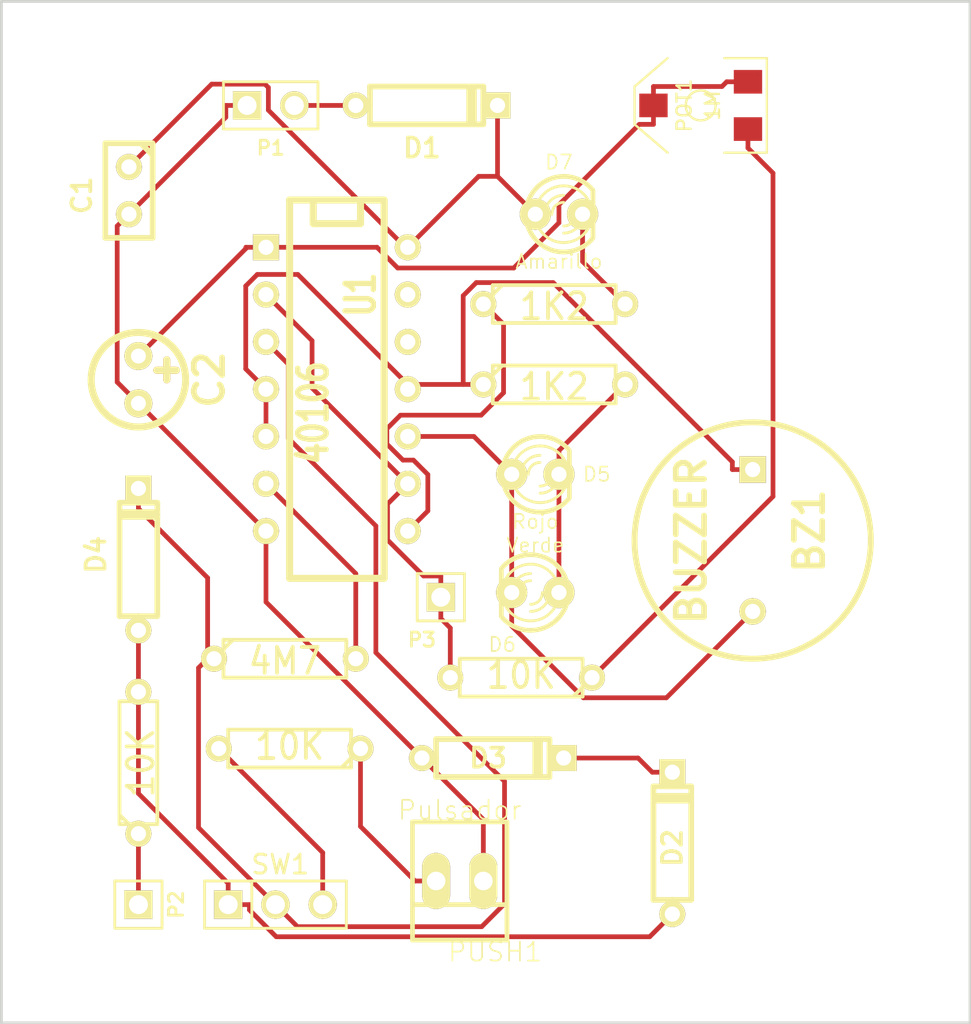
<source format=kicad_pcb>
(kicad_pcb (version 3) (host pcbnew "(2013-mar-13)-testing")

  (general
    (links 38)
    (no_connects 0)
    (area 134.036999 116.256999 186.257001 171.271001)
    (thickness 1.6)
    (drawings 5)
    (tracks 126)
    (zones 0)
    (modules 23)
    (nets 19)
  )

  (page A3)
  (layers
    (15 F.Cu signal)
    (0 B.Cu signal)
    (16 B.Adhes user)
    (17 F.Adhes user)
    (18 B.Paste user)
    (19 F.Paste user)
    (20 B.SilkS user)
    (21 F.SilkS user)
    (22 B.Mask user)
    (23 F.Mask user)
    (24 Dwgs.User user)
    (25 Cmts.User user)
    (26 Eco1.User user)
    (27 Eco2.User user)
    (28 Edge.Cuts user)
  )

  (setup
    (last_trace_width 0.254)
    (trace_clearance 0.254)
    (zone_clearance 0.508)
    (zone_45_only no)
    (trace_min 0.254)
    (segment_width 0.2)
    (edge_width 0.15)
    (via_size 0.889)
    (via_drill 0.635)
    (via_min_size 0.889)
    (via_min_drill 0.508)
    (uvia_size 0.508)
    (uvia_drill 0.127)
    (uvias_allowed no)
    (uvia_min_size 0.508)
    (uvia_min_drill 0.127)
    (pcb_text_width 0.3)
    (pcb_text_size 1 1)
    (mod_edge_width 0.15)
    (mod_text_size 1 1)
    (mod_text_width 0.15)
    (pad_size 1 1)
    (pad_drill 0.6)
    (pad_to_mask_clearance 0)
    (aux_axis_origin 0 0)
    (visible_elements FFFFFFBF)
    (pcbplotparams
      (layerselection 279609344)
      (usegerberextensions false)
      (excludeedgelayer true)
      (linewidth 0.150000)
      (plotframeref true)
      (viasonmask false)
      (mode 1)
      (useauxorigin false)
      (hpglpennumber 1)
      (hpglpenspeed 20)
      (hpglpendiameter 15)
      (hpglpenoverlay 2)
      (psnegative false)
      (psa4output false)
      (plotreference true)
      (plotvalue true)
      (plotothertext true)
      (plotinvisibletext false)
      (padsonsilk true)
      (subtractmaskfromsilk false)
      (outputformat 2)
      (mirror false)
      (drillshape 2)
      (scaleselection 1)
      (outputdirectory gerb/))
  )

  (net 0 "")
  (net 1 N-000001)
  (net 2 N-0000010)
  (net 3 N-0000011)
  (net 4 N-0000012)
  (net 5 N-0000013)
  (net 6 N-0000014)
  (net 7 N-0000015)
  (net 8 N-0000016)
  (net 9 N-0000017)
  (net 10 N-000002)
  (net 11 N-000003)
  (net 12 N-000004)
  (net 13 N-000006)
  (net 14 N-000007)
  (net 15 N-000008)
  (net 16 N-000009)
  (net 17 VDD)
  (net 18 VSS)

  (net_class Default "This is the default net class."
    (clearance 0.254)
    (trace_width 0.254)
    (via_dia 0.889)
    (via_drill 0.635)
    (uvia_dia 0.508)
    (uvia_drill 0.127)
    (add_net "")
    (add_net N-000001)
    (add_net N-0000010)
    (add_net N-0000011)
    (add_net N-0000012)
    (add_net N-0000013)
    (add_net N-0000014)
    (add_net N-0000015)
    (add_net N-0000016)
    (add_net N-0000017)
    (add_net N-000002)
    (add_net N-000003)
    (add_net N-000004)
    (add_net N-000006)
    (add_net N-000007)
    (add_net N-000008)
    (add_net N-000009)
    (add_net VDD)
    (add_net VSS)
  )

  (module BUZ3-5 (layer F.Cu) (tedit 4C5ED5E7) (tstamp 527A39DA)
    (at 174.498 145.288 270)
    (path /5279825F)
    (fp_text reference BZ1 (at -0.508 -3.048 270) (layer F.SilkS)
      (effects (font (thickness 0.3048)))
    )
    (fp_text value BUZZER (at 0 3.302 270) (layer F.SilkS)
      (effects (font (thickness 0.3048)))
    )
    (fp_circle (center 0 0) (end -6.35 0) (layer F.SilkS) (width 0.3175))
    (pad 1 thru_hole rect (at -3.81 0 270) (size 1.4224 1.4224) (drill 0.8128)
      (layers *.Cu *.Mask F.SilkS)
      (net 10 N-000002)
    )
    (pad 2 thru_hole circle (at 3.81 0 270) (size 1.4224 1.4224) (drill 0.8128)
      (layers *.Cu *.Mask F.SilkS)
      (net 11 N-000003)
    )
  )

  (module C1 (layer F.Cu) (tedit 527A3930) (tstamp 527A39E5)
    (at 140.97 126.492 270)
    (descr "Condensateur e = 1 pas")
    (tags C)
    (path /52798E33)
    (fp_text reference C1 (at 0.254 2.54 270) (layer F.SilkS)
      (effects (font (size 1.016 1.016) (thickness 0.2032)))
    )
    (fp_text value "0.1 uF 50V" (at 0 -2.286 270) (layer F.SilkS) hide
      (effects (font (size 1.016 1.016) (thickness 0.2032)))
    )
    (fp_line (start -2.4892 -1.27) (end 2.54 -1.27) (layer F.SilkS) (width 0.3048))
    (fp_line (start 2.54 -1.27) (end 2.54 1.27) (layer F.SilkS) (width 0.3048))
    (fp_line (start 2.54 1.27) (end -2.54 1.27) (layer F.SilkS) (width 0.3048))
    (fp_line (start -2.54 1.27) (end -2.54 -1.27) (layer F.SilkS) (width 0.3048))
    (fp_line (start -2.54 -0.635) (end -1.905 -1.27) (layer F.SilkS) (width 0.3048))
    (pad 1 thru_hole circle (at -1.27 0 270) (size 1.397 1.397) (drill 0.8128)
      (layers *.Cu *.Mask F.SilkS)
      (net 17 VDD)
    )
    (pad 2 thru_hole circle (at 1.27 0 270) (size 1.397 1.397) (drill 0.8128)
      (layers *.Cu *.Mask F.SilkS)
      (net 18 VSS)
    )
    (model discret/capa_1_pas.wrl
      (at (xyz 0 0 0))
      (scale (xyz 1 1 1))
      (rotate (xyz 0 0 0))
    )
  )

  (module Elko_vert_DM5_RM2-5 (layer F.Cu) (tedit 4F055F85) (tstamp 527A39F0)
    (at 141.478 136.652 270)
    (descr "Electrolytic Capacitor, vertical, diameter 5mm, radial, RM 2,5mm")
    (tags "Electrolytic Capacitor, vertical, diameter 5mm, radial, RM 2,5mm, Elko, Electrolytkondensator, Kondensator gepolt, Durchmesser 5mm")
    (path /52799D72)
    (fp_text reference C2 (at 0 -3.81 270) (layer F.SilkS)
      (effects (font (thickness 0.3048)))
    )
    (fp_text value "1 uF" (at 0 3.81 270) (layer F.SilkS) hide
      (effects (font (thickness 0.3048)))
    )
    (fp_line (start -1.0668 -1.524) (end 0 -1.524) (layer F.Cu) (width 0.381))
    (fp_line (start -0.508 -2.032) (end -0.508 -0.9906) (layer F.Cu) (width 0.381))
    (fp_line (start 0 -1.524) (end -1.0668 -1.524) (layer F.SilkS) (width 0.381))
    (fp_line (start -0.508 -2.032) (end -0.508 -0.9906) (layer F.SilkS) (width 0.381))
    (fp_circle (center 0 0) (end 2.54 0) (layer F.SilkS) (width 0.381))
    (pad 2 thru_hole circle (at 1.27 0 270) (size 1.50114 1.50114) (drill 0.8001)
      (layers *.Cu *.Mask F.SilkS)
      (net 18 VSS)
    )
    (pad 1 thru_hole circle (at -1.27 0 270) (size 1.50114 1.50114) (drill 0.8001)
      (layers *.Cu *.Mask F.SilkS)
      (net 5 N-0000013)
    )
  )

  (module D3 (layer F.Cu) (tedit 527A3939) (tstamp 527A3A00)
    (at 156.972 121.92)
    (descr "Diode 3 pas")
    (tags "DIODE DEV")
    (path /52798D4A)
    (fp_text reference D1 (at -0.254 2.286) (layer F.SilkS)
      (effects (font (size 1.016 1.016) (thickness 0.2032)))
    )
    (fp_text value 1N4007 (at 0 0) (layer F.SilkS) hide
      (effects (font (size 1.016 1.016) (thickness 0.2032)))
    )
    (fp_line (start 3.81 0) (end 3.048 0) (layer F.SilkS) (width 0.3048))
    (fp_line (start 3.048 0) (end 3.048 -1.016) (layer F.SilkS) (width 0.3048))
    (fp_line (start 3.048 -1.016) (end -3.048 -1.016) (layer F.SilkS) (width 0.3048))
    (fp_line (start -3.048 -1.016) (end -3.048 0) (layer F.SilkS) (width 0.3048))
    (fp_line (start -3.048 0) (end -3.81 0) (layer F.SilkS) (width 0.3048))
    (fp_line (start -3.048 0) (end -3.048 1.016) (layer F.SilkS) (width 0.3048))
    (fp_line (start -3.048 1.016) (end 3.048 1.016) (layer F.SilkS) (width 0.3048))
    (fp_line (start 3.048 1.016) (end 3.048 0) (layer F.SilkS) (width 0.3048))
    (fp_line (start 2.54 -1.016) (end 2.54 1.016) (layer F.SilkS) (width 0.3048))
    (fp_line (start 2.286 1.016) (end 2.286 -1.016) (layer F.SilkS) (width 0.3048))
    (pad 2 thru_hole rect (at 3.81 0) (size 1.397 1.397) (drill 0.8128)
      (layers *.Cu *.Mask F.SilkS)
      (net 17 VDD)
    )
    (pad 1 thru_hole circle (at -3.81 0) (size 1.397 1.397) (drill 0.8128)
      (layers *.Cu *.Mask F.SilkS)
      (net 14 N-000007)
    )
    (model discret/diode.wrl
      (at (xyz 0 0 0))
      (scale (xyz 0.3 0.3 0.3))
      (rotate (xyz 0 0 0))
    )
  )

  (module D3 (layer F.Cu) (tedit 527A39B1) (tstamp 527A3A10)
    (at 170.18 161.544 90)
    (descr "Diode 3 pas")
    (tags "DIODE DEV")
    (path /5279845C)
    (fp_text reference D2 (at -0.254 0 90) (layer F.SilkS)
      (effects (font (size 1.016 1.016) (thickness 0.2032)))
    )
    (fp_text value "ZENER 12V" (at 0.508 2.54 90) (layer F.SilkS) hide
      (effects (font (size 1.016 1.016) (thickness 0.2032)))
    )
    (fp_line (start 3.81 0) (end 3.048 0) (layer F.SilkS) (width 0.3048))
    (fp_line (start 3.048 0) (end 3.048 -1.016) (layer F.SilkS) (width 0.3048))
    (fp_line (start 3.048 -1.016) (end -3.048 -1.016) (layer F.SilkS) (width 0.3048))
    (fp_line (start -3.048 -1.016) (end -3.048 0) (layer F.SilkS) (width 0.3048))
    (fp_line (start -3.048 0) (end -3.81 0) (layer F.SilkS) (width 0.3048))
    (fp_line (start -3.048 0) (end -3.048 1.016) (layer F.SilkS) (width 0.3048))
    (fp_line (start -3.048 1.016) (end 3.048 1.016) (layer F.SilkS) (width 0.3048))
    (fp_line (start 3.048 1.016) (end 3.048 0) (layer F.SilkS) (width 0.3048))
    (fp_line (start 2.54 -1.016) (end 2.54 1.016) (layer F.SilkS) (width 0.3048))
    (fp_line (start 2.286 1.016) (end 2.286 -1.016) (layer F.SilkS) (width 0.3048))
    (pad 2 thru_hole rect (at 3.81 0 90) (size 1.397 1.397) (drill 0.8128)
      (layers *.Cu *.Mask F.SilkS)
      (net 12 N-000004)
    )
    (pad 1 thru_hole circle (at -3.81 0 90) (size 1.397 1.397) (drill 0.8128)
      (layers *.Cu *.Mask F.SilkS)
      (net 13 N-000006)
    )
    (model discret/diode.wrl
      (at (xyz 0 0 0))
      (scale (xyz 0.3 0.3 0.3))
      (rotate (xyz 0 0 0))
    )
  )

  (module D3 (layer F.Cu) (tedit 527A39B7) (tstamp 527A3A20)
    (at 160.528 156.972)
    (descr "Diode 3 pas")
    (tags "DIODE DEV")
    (path /52798474)
    (fp_text reference D3 (at -0.254 0) (layer F.SilkS)
      (effects (font (size 1.016 1.016) (thickness 0.2032)))
    )
    (fp_text value "ZENER 12V" (at 0.508 2.286) (layer F.SilkS) hide
      (effects (font (size 1.016 1.016) (thickness 0.2032)))
    )
    (fp_line (start 3.81 0) (end 3.048 0) (layer F.SilkS) (width 0.3048))
    (fp_line (start 3.048 0) (end 3.048 -1.016) (layer F.SilkS) (width 0.3048))
    (fp_line (start 3.048 -1.016) (end -3.048 -1.016) (layer F.SilkS) (width 0.3048))
    (fp_line (start -3.048 -1.016) (end -3.048 0) (layer F.SilkS) (width 0.3048))
    (fp_line (start -3.048 0) (end -3.81 0) (layer F.SilkS) (width 0.3048))
    (fp_line (start -3.048 0) (end -3.048 1.016) (layer F.SilkS) (width 0.3048))
    (fp_line (start -3.048 1.016) (end 3.048 1.016) (layer F.SilkS) (width 0.3048))
    (fp_line (start 3.048 1.016) (end 3.048 0) (layer F.SilkS) (width 0.3048))
    (fp_line (start 2.54 -1.016) (end 2.54 1.016) (layer F.SilkS) (width 0.3048))
    (fp_line (start 2.286 1.016) (end 2.286 -1.016) (layer F.SilkS) (width 0.3048))
    (pad 2 thru_hole rect (at 3.81 0) (size 1.397 1.397) (drill 0.8128)
      (layers *.Cu *.Mask F.SilkS)
      (net 12 N-000004)
    )
    (pad 1 thru_hole circle (at -3.81 0) (size 1.397 1.397) (drill 0.8128)
      (layers *.Cu *.Mask F.SilkS)
      (net 18 VSS)
    )
    (model discret/diode.wrl
      (at (xyz 0 0 0))
      (scale (xyz 0.3 0.3 0.3))
      (rotate (xyz 0 0 0))
    )
  )

  (module D3 (layer F.Cu) (tedit 527A37B9) (tstamp 527A3A30)
    (at 141.478 146.304 90)
    (descr "Diode 3 pas")
    (tags "DIODE DEV")
    (path /527983F7)
    (fp_text reference D4 (at 0.254 -2.286 90) (layer F.SilkS)
      (effects (font (size 1.016 1.016) (thickness 0.2032)))
    )
    (fp_text value 4148 (at 0 0 90) (layer F.SilkS) hide
      (effects (font (size 1.016 1.016) (thickness 0.2032)))
    )
    (fp_line (start 3.81 0) (end 3.048 0) (layer F.SilkS) (width 0.3048))
    (fp_line (start 3.048 0) (end 3.048 -1.016) (layer F.SilkS) (width 0.3048))
    (fp_line (start 3.048 -1.016) (end -3.048 -1.016) (layer F.SilkS) (width 0.3048))
    (fp_line (start -3.048 -1.016) (end -3.048 0) (layer F.SilkS) (width 0.3048))
    (fp_line (start -3.048 0) (end -3.81 0) (layer F.SilkS) (width 0.3048))
    (fp_line (start -3.048 0) (end -3.048 1.016) (layer F.SilkS) (width 0.3048))
    (fp_line (start -3.048 1.016) (end 3.048 1.016) (layer F.SilkS) (width 0.3048))
    (fp_line (start 3.048 1.016) (end 3.048 0) (layer F.SilkS) (width 0.3048))
    (fp_line (start 2.54 -1.016) (end 2.54 1.016) (layer F.SilkS) (width 0.3048))
    (fp_line (start 2.286 1.016) (end 2.286 -1.016) (layer F.SilkS) (width 0.3048))
    (pad 2 thru_hole rect (at 3.81 0 90) (size 1.397 1.397) (drill 0.8128)
      (layers *.Cu *.Mask F.SilkS)
      (net 15 N-000008)
    )
    (pad 1 thru_hole circle (at -3.81 0 90) (size 1.397 1.397) (drill 0.8128)
      (layers *.Cu *.Mask F.SilkS)
      (net 13 N-000006)
    )
    (model discret/diode.wrl
      (at (xyz 0 0 0))
      (scale (xyz 0.3 0.3 0.3))
      (rotate (xyz 0 0 0))
    )
  )

  (module LED-3MM (layer F.Cu) (tedit 527A3968) (tstamp 527A3A49)
    (at 162.814 141.732)
    (descr "LED 3mm - Lead pitch 100mil (2,54mm)")
    (tags "LED led 3mm 3MM 100mil 2,54mm")
    (path /52798296)
    (fp_text reference D5 (at 3.302 0) (layer F.SilkS)
      (effects (font (size 0.762 0.762) (thickness 0.0889)))
    )
    (fp_text value Rojo (at 0 2.54) (layer F.SilkS)
      (effects (font (size 0.762 0.762) (thickness 0.0889)))
    )
    (fp_line (start 1.8288 1.27) (end 1.8288 -1.27) (layer F.SilkS) (width 0.254))
    (fp_arc (start 0.254 0) (end -1.27 0) (angle 39.8) (layer F.SilkS) (width 0.1524))
    (fp_arc (start 0.254 0) (end -0.88392 1.01092) (angle 41.6) (layer F.SilkS) (width 0.1524))
    (fp_arc (start 0.254 0) (end 1.4097 -0.9906) (angle 40.6) (layer F.SilkS) (width 0.1524))
    (fp_arc (start 0.254 0) (end 1.778 0) (angle 39.8) (layer F.SilkS) (width 0.1524))
    (fp_arc (start 0.254 0) (end 0.254 -1.524) (angle 54.4) (layer F.SilkS) (width 0.1524))
    (fp_arc (start 0.254 0) (end -0.9652 -0.9144) (angle 53.1) (layer F.SilkS) (width 0.1524))
    (fp_arc (start 0.254 0) (end 1.45542 0.93472) (angle 52.1) (layer F.SilkS) (width 0.1524))
    (fp_arc (start 0.254 0) (end 0.254 1.524) (angle 52.1) (layer F.SilkS) (width 0.1524))
    (fp_arc (start 0.254 0) (end -0.381 0) (angle 90) (layer F.SilkS) (width 0.1524))
    (fp_arc (start 0.254 0) (end -0.762 0) (angle 90) (layer F.SilkS) (width 0.1524))
    (fp_arc (start 0.254 0) (end 0.889 0) (angle 90) (layer F.SilkS) (width 0.1524))
    (fp_arc (start 0.254 0) (end 1.27 0) (angle 90) (layer F.SilkS) (width 0.1524))
    (fp_arc (start 0.254 0) (end 0.254 -2.032) (angle 50.1) (layer F.SilkS) (width 0.254))
    (fp_arc (start 0.254 0) (end -1.5367 -0.95504) (angle 61.9) (layer F.SilkS) (width 0.254))
    (fp_arc (start 0.254 0) (end 1.8034 1.31064) (angle 49.7) (layer F.SilkS) (width 0.254))
    (fp_arc (start 0.254 0) (end 0.254 2.032) (angle 60.2) (layer F.SilkS) (width 0.254))
    (fp_arc (start 0.254 0) (end -1.778 0) (angle 28.3) (layer F.SilkS) (width 0.254))
    (fp_arc (start 0.254 0) (end -1.47574 1.06426) (angle 31.6) (layer F.SilkS) (width 0.254))
    (pad 1 thru_hole circle (at -1.27 0) (size 1.6764 1.6764) (drill 0.8128)
      (layers *.Cu *.Mask F.SilkS)
      (net 11 N-000003)
    )
    (pad 2 thru_hole circle (at 1.27 0) (size 1.6764 1.6764) (drill 0.8128)
      (layers *.Cu *.Mask F.SilkS)
      (net 1 N-000001)
    )
    (model discret/leds/led3_vertical_verde.wrl
      (at (xyz 0 0 0))
      (scale (xyz 1 1 1))
      (rotate (xyz 0 0 0))
    )
  )

  (module LED-3MM (layer F.Cu) (tedit 50ADE848) (tstamp 527A3A62)
    (at 162.814 148.082 180)
    (descr "LED 3mm - Lead pitch 100mil (2,54mm)")
    (tags "LED led 3mm 3MM 100mil 2,54mm")
    (path /527982A3)
    (fp_text reference D6 (at 1.778 -2.794 180) (layer F.SilkS)
      (effects (font (size 0.762 0.762) (thickness 0.0889)))
    )
    (fp_text value Verde (at 0 2.54 180) (layer F.SilkS)
      (effects (font (size 0.762 0.762) (thickness 0.0889)))
    )
    (fp_line (start 1.8288 1.27) (end 1.8288 -1.27) (layer F.SilkS) (width 0.254))
    (fp_arc (start 0.254 0) (end -1.27 0) (angle 39.8) (layer F.SilkS) (width 0.1524))
    (fp_arc (start 0.254 0) (end -0.88392 1.01092) (angle 41.6) (layer F.SilkS) (width 0.1524))
    (fp_arc (start 0.254 0) (end 1.4097 -0.9906) (angle 40.6) (layer F.SilkS) (width 0.1524))
    (fp_arc (start 0.254 0) (end 1.778 0) (angle 39.8) (layer F.SilkS) (width 0.1524))
    (fp_arc (start 0.254 0) (end 0.254 -1.524) (angle 54.4) (layer F.SilkS) (width 0.1524))
    (fp_arc (start 0.254 0) (end -0.9652 -0.9144) (angle 53.1) (layer F.SilkS) (width 0.1524))
    (fp_arc (start 0.254 0) (end 1.45542 0.93472) (angle 52.1) (layer F.SilkS) (width 0.1524))
    (fp_arc (start 0.254 0) (end 0.254 1.524) (angle 52.1) (layer F.SilkS) (width 0.1524))
    (fp_arc (start 0.254 0) (end -0.381 0) (angle 90) (layer F.SilkS) (width 0.1524))
    (fp_arc (start 0.254 0) (end -0.762 0) (angle 90) (layer F.SilkS) (width 0.1524))
    (fp_arc (start 0.254 0) (end 0.889 0) (angle 90) (layer F.SilkS) (width 0.1524))
    (fp_arc (start 0.254 0) (end 1.27 0) (angle 90) (layer F.SilkS) (width 0.1524))
    (fp_arc (start 0.254 0) (end 0.254 -2.032) (angle 50.1) (layer F.SilkS) (width 0.254))
    (fp_arc (start 0.254 0) (end -1.5367 -0.95504) (angle 61.9) (layer F.SilkS) (width 0.254))
    (fp_arc (start 0.254 0) (end 1.8034 1.31064) (angle 49.7) (layer F.SilkS) (width 0.254))
    (fp_arc (start 0.254 0) (end 0.254 2.032) (angle 60.2) (layer F.SilkS) (width 0.254))
    (fp_arc (start 0.254 0) (end -1.778 0) (angle 28.3) (layer F.SilkS) (width 0.254))
    (fp_arc (start 0.254 0) (end -1.47574 1.06426) (angle 31.6) (layer F.SilkS) (width 0.254))
    (pad 1 thru_hole circle (at -1.27 0 180) (size 1.6764 1.6764) (drill 0.8128)
      (layers *.Cu *.Mask F.SilkS)
      (net 1 N-000001)
    )
    (pad 2 thru_hole circle (at 1.27 0 180) (size 1.6764 1.6764) (drill 0.8128)
      (layers *.Cu *.Mask F.SilkS)
      (net 11 N-000003)
    )
    (model discret/leds/led3_vertical_verde.wrl
      (at (xyz 0 0 0))
      (scale (xyz 1 1 1))
      (rotate (xyz 0 0 0))
    )
  )

  (module LED-3MM (layer F.Cu) (tedit 527A3948) (tstamp 527A3A7B)
    (at 164.084 127.762)
    (descr "LED 3mm - Lead pitch 100mil (2,54mm)")
    (tags "LED led 3mm 3MM 100mil 2,54mm")
    (path /52798D59)
    (fp_text reference D7 (at 0 -2.794) (layer F.SilkS)
      (effects (font (size 0.762 0.762) (thickness 0.0889)))
    )
    (fp_text value Amarillo (at 0 2.54) (layer F.SilkS)
      (effects (font (size 0.762 0.762) (thickness 0.0889)))
    )
    (fp_line (start 1.8288 1.27) (end 1.8288 -1.27) (layer F.SilkS) (width 0.254))
    (fp_arc (start 0.254 0) (end -1.27 0) (angle 39.8) (layer F.SilkS) (width 0.1524))
    (fp_arc (start 0.254 0) (end -0.88392 1.01092) (angle 41.6) (layer F.SilkS) (width 0.1524))
    (fp_arc (start 0.254 0) (end 1.4097 -0.9906) (angle 40.6) (layer F.SilkS) (width 0.1524))
    (fp_arc (start 0.254 0) (end 1.778 0) (angle 39.8) (layer F.SilkS) (width 0.1524))
    (fp_arc (start 0.254 0) (end 0.254 -1.524) (angle 54.4) (layer F.SilkS) (width 0.1524))
    (fp_arc (start 0.254 0) (end -0.9652 -0.9144) (angle 53.1) (layer F.SilkS) (width 0.1524))
    (fp_arc (start 0.254 0) (end 1.45542 0.93472) (angle 52.1) (layer F.SilkS) (width 0.1524))
    (fp_arc (start 0.254 0) (end 0.254 1.524) (angle 52.1) (layer F.SilkS) (width 0.1524))
    (fp_arc (start 0.254 0) (end -0.381 0) (angle 90) (layer F.SilkS) (width 0.1524))
    (fp_arc (start 0.254 0) (end -0.762 0) (angle 90) (layer F.SilkS) (width 0.1524))
    (fp_arc (start 0.254 0) (end 0.889 0) (angle 90) (layer F.SilkS) (width 0.1524))
    (fp_arc (start 0.254 0) (end 1.27 0) (angle 90) (layer F.SilkS) (width 0.1524))
    (fp_arc (start 0.254 0) (end 0.254 -2.032) (angle 50.1) (layer F.SilkS) (width 0.254))
    (fp_arc (start 0.254 0) (end -1.5367 -0.95504) (angle 61.9) (layer F.SilkS) (width 0.254))
    (fp_arc (start 0.254 0) (end 1.8034 1.31064) (angle 49.7) (layer F.SilkS) (width 0.254))
    (fp_arc (start 0.254 0) (end 0.254 2.032) (angle 60.2) (layer F.SilkS) (width 0.254))
    (fp_arc (start 0.254 0) (end -1.778 0) (angle 28.3) (layer F.SilkS) (width 0.254))
    (fp_arc (start 0.254 0) (end -1.47574 1.06426) (angle 31.6) (layer F.SilkS) (width 0.254))
    (pad 1 thru_hole circle (at -1.27 0) (size 1.6764 1.6764) (drill 0.8128)
      (layers *.Cu *.Mask F.SilkS)
      (net 17 VDD)
    )
    (pad 2 thru_hole circle (at 1.27 0) (size 1.6764 1.6764) (drill 0.8128)
      (layers *.Cu *.Mask F.SilkS)
      (net 9 N-0000017)
    )
    (model discret/leds/led3_vertical_verde.wrl
      (at (xyz 0 0 0))
      (scale (xyz 1 1 1))
      (rotate (xyz 0 0 0))
    )
  )

  (module PIN_ARRAY_2X1 (layer F.Cu) (tedit 527A3935) (tstamp 527A3A85)
    (at 148.59 121.92)
    (descr "Connecteurs 2 pins")
    (tags "CONN DEV")
    (path /52798C79)
    (fp_text reference P1 (at 0 2.286) (layer F.SilkS)
      (effects (font (size 0.762 0.762) (thickness 0.1524)))
    )
    (fp_text value CONN_2 (at 0 -1.905) (layer F.SilkS) hide
      (effects (font (size 0.762 0.762) (thickness 0.1524)))
    )
    (fp_line (start -2.54 1.27) (end -2.54 -1.27) (layer F.SilkS) (width 0.1524))
    (fp_line (start -2.54 -1.27) (end 2.54 -1.27) (layer F.SilkS) (width 0.1524))
    (fp_line (start 2.54 -1.27) (end 2.54 1.27) (layer F.SilkS) (width 0.1524))
    (fp_line (start 2.54 1.27) (end -2.54 1.27) (layer F.SilkS) (width 0.1524))
    (pad 1 thru_hole rect (at -1.27 0) (size 1.524 1.524) (drill 1.016)
      (layers *.Cu *.Mask F.SilkS)
      (net 18 VSS)
    )
    (pad 2 thru_hole circle (at 1.27 0) (size 1.524 1.524) (drill 1.016)
      (layers *.Cu *.Mask F.SilkS)
      (net 14 N-000007)
    )
    (model pin_array/pins_array_2x1.wrl
      (at (xyz 0 0 0))
      (scale (xyz 1 1 1))
      (rotate (xyz 0 0 0))
    )
  )

  (module PIN_ARRAY_1 (layer F.Cu) (tedit 527A3990) (tstamp 527A3A8E)
    (at 141.478 164.846 270)
    (descr "1 pin")
    (tags "CONN DEV")
    (path /52798580)
    (fp_text reference P2 (at 0 -2.032 270) (layer F.SilkS)
      (effects (font (size 0.762 0.762) (thickness 0.1524)))
    )
    (fp_text value CONN_1 (at 0 2.286 270) (layer F.SilkS) hide
      (effects (font (size 0.762 0.762) (thickness 0.1524)))
    )
    (fp_line (start 1.27 1.27) (end -1.27 1.27) (layer F.SilkS) (width 0.1524))
    (fp_line (start -1.27 -1.27) (end 1.27 -1.27) (layer F.SilkS) (width 0.1524))
    (fp_line (start -1.27 1.27) (end -1.27 -1.27) (layer F.SilkS) (width 0.1524))
    (fp_line (start 1.27 -1.27) (end 1.27 1.27) (layer F.SilkS) (width 0.1524))
    (pad 1 thru_hole rect (at 0 0 270) (size 1.524 1.524) (drill 1.016)
      (layers *.Cu *.Mask F.SilkS)
      (net 8 N-0000016)
    )
    (model pin_array\pin_1.wrl
      (at (xyz 0 0 0))
      (scale (xyz 1 1 1))
      (rotate (xyz 0 0 0))
    )
  )

  (module PIN_ARRAY_1 (layer F.Cu) (tedit 527A397D) (tstamp 527A3A97)
    (at 157.734 148.336)
    (descr "1 pin")
    (tags "CONN DEV")
    (path /52798C68)
    (fp_text reference P3 (at -1.016 2.286) (layer F.SilkS)
      (effects (font (size 0.762 0.762) (thickness 0.1524)))
    )
    (fp_text value CONN_1 (at 0 -1.905) (layer F.SilkS) hide
      (effects (font (size 0.762 0.762) (thickness 0.1524)))
    )
    (fp_line (start 1.27 1.27) (end -1.27 1.27) (layer F.SilkS) (width 0.1524))
    (fp_line (start -1.27 -1.27) (end 1.27 -1.27) (layer F.SilkS) (width 0.1524))
    (fp_line (start -1.27 1.27) (end -1.27 -1.27) (layer F.SilkS) (width 0.1524))
    (fp_line (start 1.27 -1.27) (end 1.27 1.27) (layer F.SilkS) (width 0.1524))
    (pad 1 thru_hole rect (at 0 0) (size 1.524 1.524) (drill 1.016)
      (layers *.Cu *.Mask F.SilkS)
      (net 4 N-0000012)
    )
    (model pin_array\pin_1.wrl
      (at (xyz 0 0 0))
      (scale (xyz 1 1 1))
      (rotate (xyz 0 0 0))
    )
  )

  (module POT_CMS (layer F.Cu) (tedit 3D638D33) (tstamp 527A3AA5)
    (at 171.704 121.92 90)
    (descr "module CMS Potentiometre")
    (tags "CMS POT")
    (path /527988D5)
    (attr smd)
    (fp_text reference POT1 (at 0 -0.88646 90) (layer F.SilkS)
      (effects (font (size 0.762 0.762) (thickness 0.127)))
    )
    (fp_text value 1M (at 0 0.635 90) (layer F.SilkS)
      (effects (font (size 0.762 0.762) (thickness 0.127)))
    )
    (fp_line (start -2.54 1.27) (end -2.54 3.556) (layer F.SilkS) (width 0.127))
    (fp_line (start -2.54 3.556) (end 2.54 3.556) (layer F.SilkS) (width 0.127))
    (fp_line (start 2.54 3.556) (end 2.54 1.27) (layer F.SilkS) (width 0.127))
    (fp_line (start -2.54 -1.778) (end -1.016 -3.556) (layer F.SilkS) (width 0.127))
    (fp_line (start -1.016 -3.556) (end 1.016 -3.556) (layer F.SilkS) (width 0.127))
    (fp_line (start 1.016 -3.556) (end 2.54 -1.778) (layer F.SilkS) (width 0.127))
    (fp_circle (center 0 0) (end 0.254 -0.762) (layer F.SilkS) (width 0.127))
    (pad 1 smd rect (at -1.27 2.54 90) (size 1.27 1.524)
      (layers F.Cu F.Paste F.Mask)
      (net 6 N-0000014)
    )
    (pad 2 smd rect (at 0 -2.54 90) (size 1.27 1.524)
      (layers F.Cu F.Paste F.Mask)
      (net 5 N-0000013)
    )
    (pad 3 smd rect (at 1.27 2.54 90) (size 1.27 1.524)
      (layers F.Cu F.Paste F.Mask)
      (net 5 N-0000013)
    )
  )

  (module PINHEAD1-2 (layer F.Cu) (tedit 4C5EDFB2) (tstamp 527A3AB0)
    (at 158.75 163.576 180)
    (path /527987BC)
    (attr virtual)
    (fp_text reference PUSH1 (at -1.905 -3.81 180) (layer F.SilkS)
      (effects (font (size 1.016 1.016) (thickness 0.0889)))
    )
    (fp_text value Pulsador (at 0 3.81 180) (layer F.SilkS)
      (effects (font (size 1.016 1.016) (thickness 0.0889)))
    )
    (fp_line (start 2.54 -1.27) (end -2.54 -1.27) (layer F.SilkS) (width 0.254))
    (fp_line (start 2.54 3.175) (end -2.54 3.175) (layer F.SilkS) (width 0.254))
    (fp_line (start -2.54 -3.175) (end 2.54 -3.175) (layer F.SilkS) (width 0.254))
    (fp_line (start -2.54 -3.175) (end -2.54 3.175) (layer F.SilkS) (width 0.254))
    (fp_line (start 2.54 -3.175) (end 2.54 3.175) (layer F.SilkS) (width 0.254))
    (pad 1 thru_hole oval (at -1.27 0 180) (size 1.50622 3.01498) (drill 0.99822)
      (layers *.Cu F.Paste F.SilkS F.Mask)
      (net 18 VSS)
    )
    (pad 2 thru_hole oval (at 1.27 0 180) (size 1.50622 3.01498) (drill 0.99822)
      (layers *.Cu F.Paste F.SilkS F.Mask)
      (net 3 N-0000011)
    )
  )

  (module R3 (layer F.Cu) (tedit 527A37BE) (tstamp 527A3ABE)
    (at 141.478 157.226 90)
    (descr "Resitance 3 pas")
    (tags R)
    (path /52798429)
    (autoplace_cost180 10)
    (fp_text reference R1 (at 0.254 -2.032 90) (layer F.SilkS) hide
      (effects (font (size 1.397 1.27) (thickness 0.2032)))
    )
    (fp_text value 10K (at 0 0.127 90) (layer F.SilkS)
      (effects (font (size 1.397 1.27) (thickness 0.2032)))
    )
    (fp_line (start -3.81 0) (end -3.302 0) (layer F.SilkS) (width 0.2032))
    (fp_line (start 3.81 0) (end 3.302 0) (layer F.SilkS) (width 0.2032))
    (fp_line (start 3.302 0) (end 3.302 -1.016) (layer F.SilkS) (width 0.2032))
    (fp_line (start 3.302 -1.016) (end -3.302 -1.016) (layer F.SilkS) (width 0.2032))
    (fp_line (start -3.302 -1.016) (end -3.302 1.016) (layer F.SilkS) (width 0.2032))
    (fp_line (start -3.302 1.016) (end 3.302 1.016) (layer F.SilkS) (width 0.2032))
    (fp_line (start 3.302 1.016) (end 3.302 0) (layer F.SilkS) (width 0.2032))
    (fp_line (start -3.302 -0.508) (end -2.794 -1.016) (layer F.SilkS) (width 0.2032))
    (pad 1 thru_hole circle (at -3.81 0 90) (size 1.397 1.397) (drill 0.8128)
      (layers *.Cu *.Mask F.SilkS)
      (net 8 N-0000016)
    )
    (pad 2 thru_hole circle (at 3.81 0 90) (size 1.397 1.397) (drill 0.8128)
      (layers *.Cu *.Mask F.SilkS)
      (net 13 N-000006)
    )
    (model discret/resistor.wrl
      (at (xyz 0 0 0))
      (scale (xyz 0.3 0.3 0.3))
      (rotate (xyz 0 0 0))
    )
  )

  (module R3 (layer F.Cu) (tedit 527A37C3) (tstamp 527A3ACC)
    (at 149.606 156.464 180)
    (descr "Resitance 3 pas")
    (tags R)
    (path /5279876F)
    (autoplace_cost180 10)
    (fp_text reference R2 (at 0.508 2.286 180) (layer F.SilkS) hide
      (effects (font (size 1.397 1.27) (thickness 0.2032)))
    )
    (fp_text value 10K (at 0 0.127 180) (layer F.SilkS)
      (effects (font (size 1.397 1.27) (thickness 0.2032)))
    )
    (fp_line (start -3.81 0) (end -3.302 0) (layer F.SilkS) (width 0.2032))
    (fp_line (start 3.81 0) (end 3.302 0) (layer F.SilkS) (width 0.2032))
    (fp_line (start 3.302 0) (end 3.302 -1.016) (layer F.SilkS) (width 0.2032))
    (fp_line (start 3.302 -1.016) (end -3.302 -1.016) (layer F.SilkS) (width 0.2032))
    (fp_line (start -3.302 -1.016) (end -3.302 1.016) (layer F.SilkS) (width 0.2032))
    (fp_line (start -3.302 1.016) (end 3.302 1.016) (layer F.SilkS) (width 0.2032))
    (fp_line (start 3.302 1.016) (end 3.302 0) (layer F.SilkS) (width 0.2032))
    (fp_line (start -3.302 -0.508) (end -2.794 -1.016) (layer F.SilkS) (width 0.2032))
    (pad 1 thru_hole circle (at -3.81 0 180) (size 1.397 1.397) (drill 0.8128)
      (layers *.Cu *.Mask F.SilkS)
      (net 3 N-0000011)
    )
    (pad 2 thru_hole circle (at 3.81 0 180) (size 1.397 1.397) (drill 0.8128)
      (layers *.Cu *.Mask F.SilkS)
      (net 2 N-0000010)
    )
    (model discret/resistor.wrl
      (at (xyz 0 0 0))
      (scale (xyz 0.3 0.3 0.3))
      (rotate (xyz 0 0 0))
    )
  )

  (module R3 (layer F.Cu) (tedit 527A3983) (tstamp 527A3ADA)
    (at 162.052 152.654 180)
    (descr "Resitance 3 pas")
    (tags R)
    (path /52798893)
    (autoplace_cost180 10)
    (fp_text reference R3 (at -4.826 -2.032 180) (layer F.SilkS) hide
      (effects (font (size 1.397 1.27) (thickness 0.2032)))
    )
    (fp_text value 10K (at 0 0.127 180) (layer F.SilkS)
      (effects (font (size 1.397 1.27) (thickness 0.2032)))
    )
    (fp_line (start -3.81 0) (end -3.302 0) (layer F.SilkS) (width 0.2032))
    (fp_line (start 3.81 0) (end 3.302 0) (layer F.SilkS) (width 0.2032))
    (fp_line (start 3.302 0) (end 3.302 -1.016) (layer F.SilkS) (width 0.2032))
    (fp_line (start 3.302 -1.016) (end -3.302 -1.016) (layer F.SilkS) (width 0.2032))
    (fp_line (start -3.302 -1.016) (end -3.302 1.016) (layer F.SilkS) (width 0.2032))
    (fp_line (start -3.302 1.016) (end 3.302 1.016) (layer F.SilkS) (width 0.2032))
    (fp_line (start 3.302 1.016) (end 3.302 0) (layer F.SilkS) (width 0.2032))
    (fp_line (start -3.302 -0.508) (end -2.794 -1.016) (layer F.SilkS) (width 0.2032))
    (pad 1 thru_hole circle (at -3.81 0 180) (size 1.397 1.397) (drill 0.8128)
      (layers *.Cu *.Mask F.SilkS)
      (net 6 N-0000014)
    )
    (pad 2 thru_hole circle (at 3.81 0 180) (size 1.397 1.397) (drill 0.8128)
      (layers *.Cu *.Mask F.SilkS)
      (net 4 N-0000012)
    )
    (model discret/resistor.wrl
      (at (xyz 0 0 0))
      (scale (xyz 0.3 0.3 0.3))
      (rotate (xyz 0 0 0))
    )
  )

  (module R3 (layer F.Cu) (tedit 527A37C6) (tstamp 527A3AE8)
    (at 149.352 151.638)
    (descr "Resitance 3 pas")
    (tags R)
    (path /527984D0)
    (autoplace_cost180 10)
    (fp_text reference R4 (at -0.254 -2.286) (layer F.SilkS) hide
      (effects (font (size 1.397 1.27) (thickness 0.2032)))
    )
    (fp_text value 4M7 (at 0 0.127) (layer F.SilkS)
      (effects (font (size 1.397 1.27) (thickness 0.2032)))
    )
    (fp_line (start -3.81 0) (end -3.302 0) (layer F.SilkS) (width 0.2032))
    (fp_line (start 3.81 0) (end 3.302 0) (layer F.SilkS) (width 0.2032))
    (fp_line (start 3.302 0) (end 3.302 -1.016) (layer F.SilkS) (width 0.2032))
    (fp_line (start 3.302 -1.016) (end -3.302 -1.016) (layer F.SilkS) (width 0.2032))
    (fp_line (start -3.302 -1.016) (end -3.302 1.016) (layer F.SilkS) (width 0.2032))
    (fp_line (start -3.302 1.016) (end 3.302 1.016) (layer F.SilkS) (width 0.2032))
    (fp_line (start 3.302 1.016) (end 3.302 0) (layer F.SilkS) (width 0.2032))
    (fp_line (start -3.302 -0.508) (end -2.794 -1.016) (layer F.SilkS) (width 0.2032))
    (pad 1 thru_hole circle (at -3.81 0) (size 1.397 1.397) (drill 0.8128)
      (layers *.Cu *.Mask F.SilkS)
      (net 15 N-000008)
    )
    (pad 2 thru_hole circle (at 3.81 0) (size 1.397 1.397) (drill 0.8128)
      (layers *.Cu *.Mask F.SilkS)
      (net 16 N-000009)
    )
    (model discret/resistor.wrl
      (at (xyz 0 0 0))
      (scale (xyz 0.3 0.3 0.3))
      (rotate (xyz 0 0 0))
    )
  )

  (module R3 (layer F.Cu) (tedit 527A395F) (tstamp 527A3AF6)
    (at 163.83 136.906)
    (descr "Resitance 3 pas")
    (tags R)
    (path /52798308)
    (autoplace_cost180 10)
    (fp_text reference R5 (at -3.556 2.032) (layer F.SilkS) hide
      (effects (font (size 1.397 1.27) (thickness 0.2032)))
    )
    (fp_text value 1K2 (at 0 0.127) (layer F.SilkS)
      (effects (font (size 1.397 1.27) (thickness 0.2032)))
    )
    (fp_line (start -3.81 0) (end -3.302 0) (layer F.SilkS) (width 0.2032))
    (fp_line (start 3.81 0) (end 3.302 0) (layer F.SilkS) (width 0.2032))
    (fp_line (start 3.302 0) (end 3.302 -1.016) (layer F.SilkS) (width 0.2032))
    (fp_line (start 3.302 -1.016) (end -3.302 -1.016) (layer F.SilkS) (width 0.2032))
    (fp_line (start -3.302 -1.016) (end -3.302 1.016) (layer F.SilkS) (width 0.2032))
    (fp_line (start -3.302 1.016) (end 3.302 1.016) (layer F.SilkS) (width 0.2032))
    (fp_line (start 3.302 1.016) (end 3.302 0) (layer F.SilkS) (width 0.2032))
    (fp_line (start -3.302 -0.508) (end -2.794 -1.016) (layer F.SilkS) (width 0.2032))
    (pad 1 thru_hole circle (at -3.81 0) (size 1.397 1.397) (drill 0.8128)
      (layers *.Cu *.Mask F.SilkS)
      (net 10 N-000002)
    )
    (pad 2 thru_hole circle (at 3.81 0) (size 1.397 1.397) (drill 0.8128)
      (layers *.Cu *.Mask F.SilkS)
      (net 1 N-000001)
    )
    (model discret/resistor.wrl
      (at (xyz 0 0 0))
      (scale (xyz 0.3 0.3 0.3))
      (rotate (xyz 0 0 0))
    )
  )

  (module R3 (layer F.Cu) (tedit 527A3953) (tstamp 527A3B04)
    (at 163.83 132.588)
    (descr "Resitance 3 pas")
    (tags R)
    (path /52798B5A)
    (autoplace_cost180 10)
    (fp_text reference R6 (at -0.254 2.032) (layer F.SilkS) hide
      (effects (font (size 1.397 1.27) (thickness 0.2032)))
    )
    (fp_text value 1K2 (at 0 0.127) (layer F.SilkS)
      (effects (font (size 1.397 1.27) (thickness 0.2032)))
    )
    (fp_line (start -3.81 0) (end -3.302 0) (layer F.SilkS) (width 0.2032))
    (fp_line (start 3.81 0) (end 3.302 0) (layer F.SilkS) (width 0.2032))
    (fp_line (start 3.302 0) (end 3.302 -1.016) (layer F.SilkS) (width 0.2032))
    (fp_line (start 3.302 -1.016) (end -3.302 -1.016) (layer F.SilkS) (width 0.2032))
    (fp_line (start -3.302 -1.016) (end -3.302 1.016) (layer F.SilkS) (width 0.2032))
    (fp_line (start -3.302 1.016) (end 3.302 1.016) (layer F.SilkS) (width 0.2032))
    (fp_line (start 3.302 1.016) (end 3.302 0) (layer F.SilkS) (width 0.2032))
    (fp_line (start -3.302 -0.508) (end -2.794 -1.016) (layer F.SilkS) (width 0.2032))
    (pad 1 thru_hole circle (at -3.81 0) (size 1.397 1.397) (drill 0.8128)
      (layers *.Cu *.Mask F.SilkS)
      (net 7 N-0000015)
    )
    (pad 2 thru_hole circle (at 3.81 0) (size 1.397 1.397) (drill 0.8128)
      (layers *.Cu *.Mask F.SilkS)
      (net 9 N-0000017)
    )
    (model discret/resistor.wrl
      (at (xyz 0 0 0))
      (scale (xyz 0.3 0.3 0.3))
      (rotate (xyz 0 0 0))
    )
  )

  (module PIN_ARRAY_3X1 (layer F.Cu) (tedit 527A398B) (tstamp 527A3B10)
    (at 148.844 164.846)
    (descr "Connecteur 3 pins")
    (tags "CONN DEV")
    (path /527986E4)
    (fp_text reference SW1 (at 0.254 -2.159) (layer F.SilkS)
      (effects (font (size 1.016 1.016) (thickness 0.1524)))
    )
    (fp_text value "Llave Inversora" (at 0.508 2.032) (layer F.SilkS) hide
      (effects (font (size 1.016 1.016) (thickness 0.1524)))
    )
    (fp_line (start -3.81 1.27) (end -3.81 -1.27) (layer F.SilkS) (width 0.1524))
    (fp_line (start -3.81 -1.27) (end 3.81 -1.27) (layer F.SilkS) (width 0.1524))
    (fp_line (start 3.81 -1.27) (end 3.81 1.27) (layer F.SilkS) (width 0.1524))
    (fp_line (start 3.81 1.27) (end -3.81 1.27) (layer F.SilkS) (width 0.1524))
    (fp_line (start -1.27 -1.27) (end -1.27 1.27) (layer F.SilkS) (width 0.1524))
    (pad 1 thru_hole rect (at -2.54 0) (size 1.524 1.524) (drill 1.016)
      (layers *.Cu *.Mask F.SilkS)
      (net 13 N-000006)
    )
    (pad 2 thru_hole circle (at 0 0) (size 1.524 1.524) (drill 1.016)
      (layers *.Cu *.Mask F.SilkS)
      (net 15 N-000008)
    )
    (pad 3 thru_hole circle (at 2.54 0) (size 1.524 1.524) (drill 1.016)
      (layers *.Cu *.Mask F.SilkS)
      (net 2 N-0000010)
    )
    (model pin_array/pins_array_3x1.wrl
      (at (xyz 0 0 0))
      (scale (xyz 1 1 1))
      (rotate (xyz 0 0 0))
    )
  )

  (module DIP-14__300 (layer F.Cu) (tedit 527A41B5) (tstamp 527A3B29)
    (at 152.146 137.16 270)
    (descr "14 pins DIL package, round pads")
    (tags DIL)
    (path /52798194)
    (fp_text reference U1 (at -5.08 -1.27 270) (layer F.SilkS)
      (effects (font (size 1.524 1.143) (thickness 0.28575)))
    )
    (fp_text value 40106 (at 1.27 1.27 270) (layer F.SilkS)
      (effects (font (size 1.524 1.143) (thickness 0.3048)))
    )
    (fp_line (start -10.16 -2.54) (end 10.16 -2.54) (layer F.SilkS) (width 0.381))
    (fp_line (start 10.16 2.54) (end -10.16 2.54) (layer F.SilkS) (width 0.381))
    (fp_line (start -10.16 2.54) (end -10.16 -2.54) (layer F.SilkS) (width 0.381))
    (fp_line (start -10.16 -1.27) (end -8.89 -1.27) (layer F.SilkS) (width 0.381))
    (fp_line (start -8.89 -1.27) (end -8.89 1.27) (layer F.SilkS) (width 0.381))
    (fp_line (start -8.89 1.27) (end -10.16 1.27) (layer F.SilkS) (width 0.381))
    (fp_line (start 10.16 -2.54) (end 10.16 2.54) (layer F.SilkS) (width 0.381))
    (pad 1 thru_hole rect (at -7.62 3.81 270) (size 1.397 1.397) (drill 0.8128)
      (layers *.Cu *.Mask F.SilkS)
      (net 5 N-0000013)
    )
    (pad 2 thru_hole circle (at -5.08 3.81 270) (size 1.397 1.397) (drill 0.8128)
      (layers *.Cu *.Mask F.SilkS)
      (net 4 N-0000012)
    )
    (pad 3 thru_hole circle (at -2.54 3.81 270) (size 1.397 1.397) (drill 0.8128)
      (layers *.Cu *.Mask F.SilkS)
      (net 15 N-000008)
    )
    (pad 4 thru_hole circle (at 0 3.81 270) (size 1.397 1.397) (drill 0.8128)
      (layers *.Cu *.Mask F.SilkS)
      (net 10 N-000002)
    )
    (pad 5 thru_hole circle (at 2.54 3.81 270) (size 1.397 1.397) (drill 0.8128)
      (layers *.Cu *.Mask F.SilkS)
      (net 10 N-000002)
    )
    (pad 6 thru_hole circle (at 5.08 3.81 270) (size 1.397 1.397) (drill 0.8128)
      (layers *.Cu *.Mask F.SilkS)
      (net 16 N-000009)
    )
    (pad 7 thru_hole circle (at 7.62 3.81 270) (size 1.397 1.397) (drill 0.8128)
      (layers *.Cu *.Mask F.SilkS)
      (net 18 VSS)
    )
    (pad 8 thru_hole circle (at 7.62 -3.81 270) (size 1.397 1.397) (drill 0.8128)
      (layers *.Cu *.Mask F.SilkS)
      (net 7 N-0000015)
    )
    (pad 9 thru_hole circle (at 5.08 -3.81 270) (size 1.397 1.397) (drill 0.8128)
      (layers *.Cu *.Mask F.SilkS)
      (net 4 N-0000012)
    )
    (pad 10 thru_hole circle (at 2.54 -3.81 270) (size 1.397 1.397) (drill 0.8128)
      (layers *.Cu *.Mask F.SilkS)
      (net 11 N-000003)
    )
    (pad 11 thru_hole circle (at 0 -3.81 270) (size 1.397 1.397) (drill 0.8128)
      (layers *.Cu *.Mask F.SilkS)
      (net 10 N-000002)
    )
    (pad 12 thru_hole circle (at -2.54 -3.81 270) (size 1.397 1.397) (drill 0.8128)
      (layers *.Cu *.Mask F.SilkS)
    )
    (pad 13 thru_hole circle (at -5.08 -3.81 270) (size 1.397 1.397) (drill 0.8128)
      (layers *.Cu *.Mask F.SilkS)
    )
    (pad 14 thru_hole circle (at -7.62 -3.81 270) (size 1.397 1.397) (drill 0.8128)
      (layers *.Cu *.Mask F.SilkS)
      (net 17 VDD)
    )
    (model dil/dil_14.wrl
      (at (xyz 0 0 0))
      (scale (xyz 1 1 1))
      (rotate (xyz 0 0 0))
    )
  )

  (gr_line (start 186.182 116.332) (end 134.112 116.332) (angle 90) (layer Edge.Cuts) (width 0.15))
  (gr_line (start 134.112 116.586) (end 134.112 116.332) (angle 90) (layer Edge.Cuts) (width 0.15))
  (gr_line (start 134.112 171.196) (end 134.112 116.586) (angle 90) (layer Edge.Cuts) (width 0.15))
  (gr_line (start 186.182 171.196) (end 134.112 171.196) (angle 90) (layer Edge.Cuts) (width 0.15))
  (gr_line (start 186.182 116.332) (end 186.182 171.196) (angle 90) (layer Edge.Cuts) (width 0.15))

  (segment (start 164.084 140.462) (end 164.084 141.732) (width 0.254) (layer F.Cu) (net 1))
  (segment (start 167.64 136.906) (end 164.084 140.462) (width 0.254) (layer F.Cu) (net 1))
  (segment (start 164.084 141.732) (end 164.084 148.082) (width 0.254) (layer F.Cu) (net 1))
  (segment (start 151.384 162.052) (end 145.796 156.464) (width 0.254) (layer F.Cu) (net 2))
  (segment (start 151.384 164.846) (end 151.384 162.052) (width 0.254) (layer F.Cu) (net 2))
  (segment (start 157.48 163.576) (end 156.3456 163.576) (width 0.254) (layer F.Cu) (net 3))
  (segment (start 153.416 160.6464) (end 153.416 156.464) (width 0.254) (layer F.Cu) (net 3))
  (segment (start 156.3456 163.576) (end 153.416 160.6464) (width 0.254) (layer F.Cu) (net 3))
  (segment (start 158.242 149.9873) (end 157.734 149.4793) (width 0.254) (layer F.Cu) (net 4))
  (segment (start 158.242 152.654) (end 158.242 149.9873) (width 0.254) (layer F.Cu) (net 4))
  (segment (start 157.734 148.336) (end 157.734 149.4793) (width 0.254) (layer F.Cu) (net 4))
  (segment (start 150.8127 137.0967) (end 155.956 142.24) (width 0.254) (layer F.Cu) (net 4))
  (segment (start 150.8127 134.5567) (end 150.8127 137.0967) (width 0.254) (layer F.Cu) (net 4))
  (segment (start 148.336 132.08) (end 150.8127 134.5567) (width 0.254) (layer F.Cu) (net 4))
  (segment (start 157.734 148.336) (end 157.734 147.1927) (width 0.254) (layer F.Cu) (net 4))
  (segment (start 156.8051 147.1927) (end 157.734 147.1927) (width 0.254) (layer F.Cu) (net 4))
  (segment (start 154.8692 145.2568) (end 156.8051 147.1927) (width 0.254) (layer F.Cu) (net 4))
  (segment (start 154.8692 143.3268) (end 154.8692 145.2568) (width 0.254) (layer F.Cu) (net 4))
  (segment (start 155.956 142.24) (end 154.8692 143.3268) (width 0.254) (layer F.Cu) (net 4))
  (segment (start 172.847 120.9037) (end 173.1007 120.65) (width 0.254) (layer F.Cu) (net 5))
  (segment (start 169.164 120.9037) (end 172.847 120.9037) (width 0.254) (layer F.Cu) (net 5))
  (segment (start 169.164 121.92) (end 169.164 120.9037) (width 0.254) (layer F.Cu) (net 5))
  (segment (start 174.244 120.65) (end 173.1007 120.65) (width 0.254) (layer F.Cu) (net 5))
  (segment (start 169.164 121.92) (end 169.164 122.9363) (width 0.254) (layer F.Cu) (net 5))
  (segment (start 154.3048 129.54) (end 148.336 129.54) (width 0.254) (layer F.Cu) (net 5))
  (segment (start 155.4159 130.6511) (end 154.3048 129.54) (width 0.254) (layer F.Cu) (net 5))
  (segment (start 161.6559 130.6511) (end 155.4159 130.6511) (width 0.254) (layer F.Cu) (net 5))
  (segment (start 164.084 128.223) (end 161.6559 130.6511) (width 0.254) (layer F.Cu) (net 5))
  (segment (start 164.084 127.2541) (end 164.084 128.223) (width 0.254) (layer F.Cu) (net 5))
  (segment (start 168.4018 122.9363) (end 164.084 127.2541) (width 0.254) (layer F.Cu) (net 5))
  (segment (start 169.164 122.9363) (end 168.4018 122.9363) (width 0.254) (layer F.Cu) (net 5))
  (segment (start 147.2562 129.6038) (end 141.478 135.382) (width 0.254) (layer F.Cu) (net 5))
  (segment (start 147.2562 129.54) (end 147.2562 129.6038) (width 0.254) (layer F.Cu) (net 5))
  (segment (start 148.336 129.54) (end 147.2562 129.54) (width 0.254) (layer F.Cu) (net 5))
  (segment (start 175.5906 125.5529) (end 174.244 124.2063) (width 0.254) (layer F.Cu) (net 6))
  (segment (start 175.5906 142.9254) (end 175.5906 125.5529) (width 0.254) (layer F.Cu) (net 6))
  (segment (start 165.862 152.654) (end 175.5906 142.9254) (width 0.254) (layer F.Cu) (net 6))
  (segment (start 174.244 123.19) (end 174.244 124.2063) (width 0.254) (layer F.Cu) (net 6))
  (segment (start 161.1065 133.6745) (end 160.02 132.588) (width 0.254) (layer F.Cu) (net 7))
  (segment (start 161.1065 137.3508) (end 161.1065 133.6745) (width 0.254) (layer F.Cu) (net 7))
  (segment (start 159.9022 138.5551) (end 161.1065 137.3508) (width 0.254) (layer F.Cu) (net 7))
  (segment (start 155.5665 138.5551) (end 159.9022 138.5551) (width 0.254) (layer F.Cu) (net 7))
  (segment (start 154.8311 139.2905) (end 155.5665 138.5551) (width 0.254) (layer F.Cu) (net 7))
  (segment (start 154.8311 140.102) (end 154.8311 139.2905) (width 0.254) (layer F.Cu) (net 7))
  (segment (start 155.6991 140.97) (end 154.8311 140.102) (width 0.254) (layer F.Cu) (net 7))
  (segment (start 156.2607 140.97) (end 155.6991 140.97) (width 0.254) (layer F.Cu) (net 7))
  (segment (start 157.0359 141.7452) (end 156.2607 140.97) (width 0.254) (layer F.Cu) (net 7))
  (segment (start 157.0359 143.7001) (end 157.0359 141.7452) (width 0.254) (layer F.Cu) (net 7))
  (segment (start 155.956 144.78) (end 157.0359 143.7001) (width 0.254) (layer F.Cu) (net 7))
  (segment (start 141.478 161.036) (end 141.478 164.846) (width 0.254) (layer F.Cu) (net 8))
  (segment (start 165.354 130.302) (end 165.354 127.762) (width 0.254) (layer F.Cu) (net 9))
  (segment (start 167.64 132.588) (end 165.354 130.302) (width 0.254) (layer F.Cu) (net 9))
  (segment (start 148.336 139.7) (end 148.336 137.16) (width 0.254) (layer F.Cu) (net 10))
  (segment (start 155.956 137.16) (end 155.956 136.906) (width 0.254) (layer F.Cu) (net 10))
  (segment (start 147.2477 136.0717) (end 148.336 137.16) (width 0.254) (layer F.Cu) (net 10))
  (segment (start 147.2477 131.6184) (end 147.2477 136.0717) (width 0.254) (layer F.Cu) (net 10))
  (segment (start 147.8673 130.9988) (end 147.2477 131.6184) (width 0.254) (layer F.Cu) (net 10))
  (segment (start 150.0488 130.9988) (end 147.8673 130.9988) (width 0.254) (layer F.Cu) (net 10))
  (segment (start 155.956 136.906) (end 150.0488 130.9988) (width 0.254) (layer F.Cu) (net 10))
  (segment (start 174.498 141.478) (end 173.4055 141.478) (width 0.254) (layer F.Cu) (net 10))
  (segment (start 173.4055 141.0683) (end 173.4055 141.478) (width 0.254) (layer F.Cu) (net 10))
  (segment (start 163.7723 131.4351) (end 173.4055 141.0683) (width 0.254) (layer F.Cu) (net 10))
  (segment (start 159.6408 131.4351) (end 163.7723 131.4351) (width 0.254) (layer F.Cu) (net 10))
  (segment (start 158.9353 132.1406) (end 159.6408 131.4351) (width 0.254) (layer F.Cu) (net 10))
  (segment (start 158.9353 136.906) (end 158.9353 132.1406) (width 0.254) (layer F.Cu) (net 10))
  (segment (start 155.956 136.906) (end 158.9353 136.906) (width 0.254) (layer F.Cu) (net 10))
  (segment (start 158.9353 136.906) (end 160.02 136.906) (width 0.254) (layer F.Cu) (net 10))
  (segment (start 159.512 139.7) (end 161.544 141.732) (width 0.254) (layer F.Cu) (net 11))
  (segment (start 155.956 139.7) (end 159.512 139.7) (width 0.254) (layer F.Cu) (net 11))
  (segment (start 161.544 141.732) (end 161.544 148.082) (width 0.254) (layer F.Cu) (net 11))
  (segment (start 169.8607 153.7353) (end 174.498 149.098) (width 0.254) (layer F.Cu) (net 11))
  (segment (start 165.4008 153.7353) (end 169.8607 153.7353) (width 0.254) (layer F.Cu) (net 11))
  (segment (start 161.544 149.8785) (end 165.4008 153.7353) (width 0.254) (layer F.Cu) (net 11))
  (segment (start 161.544 148.082) (end 161.544 149.8785) (width 0.254) (layer F.Cu) (net 11))
  (segment (start 168.3382 156.972) (end 169.1002 157.734) (width 0.254) (layer F.Cu) (net 12))
  (segment (start 164.338 156.972) (end 168.3382 156.972) (width 0.254) (layer F.Cu) (net 12))
  (segment (start 170.18 157.734) (end 169.1002 157.734) (width 0.254) (layer F.Cu) (net 12))
  (segment (start 168.9628 166.5712) (end 170.18 165.354) (width 0.254) (layer F.Cu) (net 13))
  (segment (start 148.8867 166.5712) (end 168.9628 166.5712) (width 0.254) (layer F.Cu) (net 13))
  (segment (start 147.4473 165.1318) (end 148.8867 166.5712) (width 0.254) (layer F.Cu) (net 13))
  (segment (start 147.4473 164.846) (end 147.4473 165.1318) (width 0.254) (layer F.Cu) (net 13))
  (segment (start 146.304 164.846) (end 147.4473 164.846) (width 0.254) (layer F.Cu) (net 13))
  (segment (start 146.304 164.846) (end 146.304 163.7027) (width 0.254) (layer F.Cu) (net 13))
  (segment (start 141.478 150.114) (end 141.478 153.416) (width 0.254) (layer F.Cu) (net 13))
  (segment (start 141.478 158.8767) (end 146.304 163.7027) (width 0.254) (layer F.Cu) (net 13))
  (segment (start 141.478 153.416) (end 141.478 158.8767) (width 0.254) (layer F.Cu) (net 13))
  (segment (start 149.86 121.92) (end 153.162 121.92) (width 0.254) (layer F.Cu) (net 14))
  (segment (start 150.029 166.031) (end 148.844 164.846) (width 0.254) (layer F.Cu) (net 15))
  (segment (start 159.9297 166.031) (end 150.029 166.031) (width 0.254) (layer F.Cu) (net 15))
  (segment (start 161.1594 164.8013) (end 159.9297 166.031) (width 0.254) (layer F.Cu) (net 15))
  (segment (start 161.1594 158.2267) (end 161.1594 164.8013) (width 0.254) (layer F.Cu) (net 15))
  (segment (start 154.2419 151.3092) (end 161.1594 158.2267) (width 0.254) (layer F.Cu) (net 15))
  (segment (start 154.2419 144.5036) (end 154.2419 151.3092) (width 0.254) (layer F.Cu) (net 15))
  (segment (start 149.5315 139.7932) (end 154.2419 144.5036) (width 0.254) (layer F.Cu) (net 15))
  (segment (start 149.5315 135.8155) (end 149.5315 139.7932) (width 0.254) (layer F.Cu) (net 15))
  (segment (start 148.336 134.62) (end 149.5315 135.8155) (width 0.254) (layer F.Cu) (net 15))
  (segment (start 141.478 142.494) (end 141.478 143.5738) (width 0.254) (layer F.Cu) (net 15))
  (segment (start 145.1989 151.638) (end 145.542 151.638) (width 0.254) (layer F.Cu) (net 15))
  (segment (start 144.7083 152.1286) (end 145.1989 151.638) (width 0.254) (layer F.Cu) (net 15))
  (segment (start 144.7083 160.7103) (end 144.7083 152.1286) (width 0.254) (layer F.Cu) (net 15))
  (segment (start 148.844 164.846) (end 144.7083 160.7103) (width 0.254) (layer F.Cu) (net 15))
  (segment (start 145.1989 147.2947) (end 141.478 143.5738) (width 0.254) (layer F.Cu) (net 15))
  (segment (start 145.1989 151.638) (end 145.1989 147.2947) (width 0.254) (layer F.Cu) (net 15))
  (segment (start 153.162 147.066) (end 153.162 151.638) (width 0.254) (layer F.Cu) (net 16))
  (segment (start 148.336 142.24) (end 153.162 147.066) (width 0.254) (layer F.Cu) (net 16))
  (segment (start 159.766 125.73) (end 160.782 125.73) (width 0.254) (layer F.Cu) (net 17))
  (segment (start 155.956 129.54) (end 159.766 125.73) (width 0.254) (layer F.Cu) (net 17))
  (segment (start 162.814 127.762) (end 160.782 125.73) (width 0.254) (layer F.Cu) (net 17))
  (segment (start 160.782 125.73) (end 160.782 121.92) (width 0.254) (layer F.Cu) (net 17))
  (segment (start 155.829 129.54) (end 155.956 129.54) (width 0.254) (layer F.Cu) (net 17))
  (segment (start 148.4634 122.1744) (end 155.829 129.54) (width 0.254) (layer F.Cu) (net 17))
  (segment (start 148.4634 120.9579) (end 148.4634 122.1744) (width 0.254) (layer F.Cu) (net 17))
  (segment (start 148.2821 120.7766) (end 148.4634 120.9579) (width 0.254) (layer F.Cu) (net 17))
  (segment (start 145.4154 120.7766) (end 148.2821 120.7766) (width 0.254) (layer F.Cu) (net 17))
  (segment (start 140.97 125.222) (end 145.4154 120.7766) (width 0.254) (layer F.Cu) (net 17))
  (segment (start 141.478 137.922) (end 148.336 144.78) (width 0.254) (layer F.Cu) (net 18))
  (segment (start 148.336 148.59) (end 156.718 156.972) (width 0.254) (layer F.Cu) (net 18))
  (segment (start 148.336 144.78) (end 148.336 148.59) (width 0.254) (layer F.Cu) (net 18))
  (segment (start 160.02 160.274) (end 156.718 156.972) (width 0.254) (layer F.Cu) (net 18))
  (segment (start 160.02 163.576) (end 160.02 160.274) (width 0.254) (layer F.Cu) (net 18))
  (segment (start 147.32 121.92) (end 146.1767 121.92) (width 0.254) (layer F.Cu) (net 18))
  (segment (start 140.3364 128.3956) (end 140.97 127.762) (width 0.254) (layer F.Cu) (net 18))
  (segment (start 140.3364 136.7804) (end 140.3364 128.3956) (width 0.254) (layer F.Cu) (net 18))
  (segment (start 141.478 137.922) (end 140.3364 136.7804) (width 0.254) (layer F.Cu) (net 18))
  (segment (start 146.1767 122.5553) (end 146.1767 121.92) (width 0.254) (layer F.Cu) (net 18))
  (segment (start 140.97 127.762) (end 146.1767 122.5553) (width 0.254) (layer F.Cu) (net 18))

)

</source>
